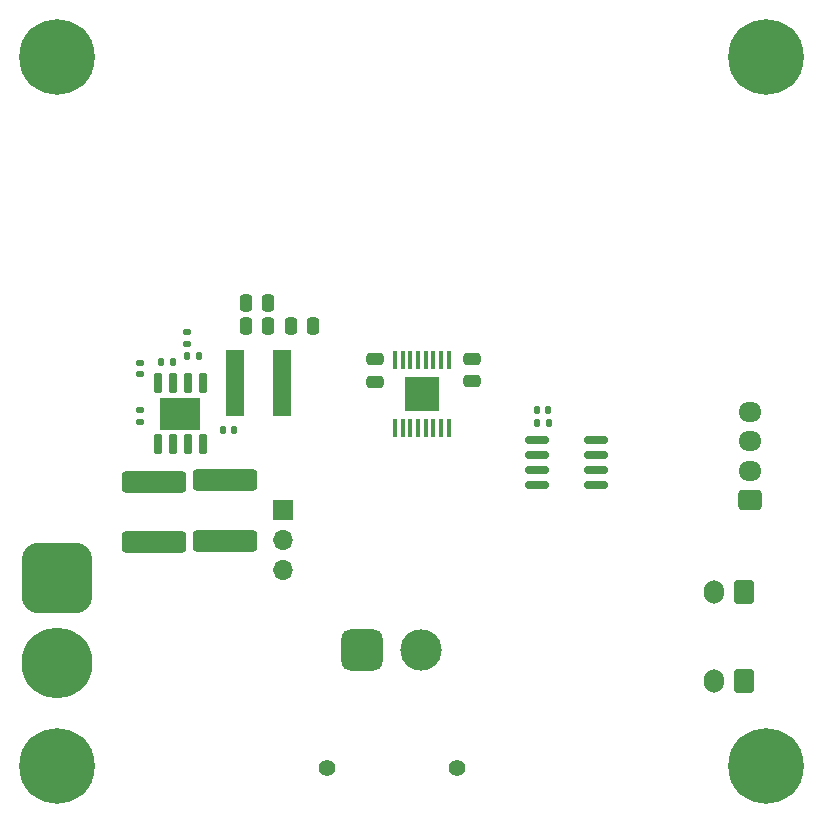
<source format=gbr>
%TF.GenerationSoftware,KiCad,Pcbnew,8.0.7*%
%TF.CreationDate,2025-01-22T21:35:01+01:00*%
%TF.ProjectId,Inverter_KiCAD,496e7665-7274-4657-925f-4b694341442e,rev?*%
%TF.SameCoordinates,Original*%
%TF.FileFunction,Soldermask,Bot*%
%TF.FilePolarity,Negative*%
%FSLAX46Y46*%
G04 Gerber Fmt 4.6, Leading zero omitted, Abs format (unit mm)*
G04 Created by KiCad (PCBNEW 8.0.7) date 2025-01-22 21:35:01*
%MOMM*%
%LPD*%
G01*
G04 APERTURE LIST*
G04 Aperture macros list*
%AMRoundRect*
0 Rectangle with rounded corners*
0 $1 Rounding radius*
0 $2 $3 $4 $5 $6 $7 $8 $9 X,Y pos of 4 corners*
0 Add a 4 corners polygon primitive as box body*
4,1,4,$2,$3,$4,$5,$6,$7,$8,$9,$2,$3,0*
0 Add four circle primitives for the rounded corners*
1,1,$1+$1,$2,$3*
1,1,$1+$1,$4,$5*
1,1,$1+$1,$6,$7*
1,1,$1+$1,$8,$9*
0 Add four rect primitives between the rounded corners*
20,1,$1+$1,$2,$3,$4,$5,0*
20,1,$1+$1,$4,$5,$6,$7,0*
20,1,$1+$1,$6,$7,$8,$9,0*
20,1,$1+$1,$8,$9,$2,$3,0*%
G04 Aperture macros list end*
%ADD10C,1.400000*%
%ADD11RoundRect,0.770000X0.980000X0.980000X-0.980000X0.980000X-0.980000X-0.980000X0.980000X-0.980000X0*%
%ADD12C,3.500000*%
%ADD13R,1.505000X5.600000*%
%ADD14RoundRect,0.250000X-2.450000X0.650000X-2.450000X-0.650000X2.450000X-0.650000X2.450000X0.650000X0*%
%ADD15R,1.700000X1.700000*%
%ADD16O,1.700000X1.700000*%
%ADD17C,0.800000*%
%ADD18C,6.400000*%
%ADD19RoundRect,0.135000X0.135000X0.185000X-0.135000X0.185000X-0.135000X-0.185000X0.135000X-0.185000X0*%
%ADD20RoundRect,0.250000X0.600000X0.750000X-0.600000X0.750000X-0.600000X-0.750000X0.600000X-0.750000X0*%
%ADD21O,1.700000X2.000000*%
%ADD22RoundRect,0.135000X0.185000X-0.135000X0.185000X0.135000X-0.185000X0.135000X-0.185000X-0.135000X0*%
%ADD23R,3.400000X2.710000*%
%ADD24RoundRect,0.150000X0.150000X-0.737500X0.150000X0.737500X-0.150000X0.737500X-0.150000X-0.737500X0*%
%ADD25RoundRect,0.250000X0.725000X-0.600000X0.725000X0.600000X-0.725000X0.600000X-0.725000X-0.600000X0*%
%ADD26O,1.950000X1.700000*%
%ADD27RoundRect,1.500000X-1.500000X1.500000X-1.500000X-1.500000X1.500000X-1.500000X1.500000X1.500000X0*%
%ADD28C,6.000000*%
%ADD29RoundRect,0.140000X-0.140000X-0.170000X0.140000X-0.170000X0.140000X0.170000X-0.140000X0.170000X0*%
%ADD30RoundRect,0.250000X-0.250000X-0.475000X0.250000X-0.475000X0.250000X0.475000X-0.250000X0.475000X0*%
%ADD31RoundRect,0.140000X-0.170000X0.140000X-0.170000X-0.140000X0.170000X-0.140000X0.170000X0.140000X0*%
%ADD32RoundRect,0.250000X0.250000X0.475000X-0.250000X0.475000X-0.250000X-0.475000X0.250000X-0.475000X0*%
%ADD33RoundRect,0.250000X2.450000X-0.650000X2.450000X0.650000X-2.450000X0.650000X-2.450000X-0.650000X0*%
%ADD34RoundRect,0.135000X-0.135000X-0.185000X0.135000X-0.185000X0.135000X0.185000X-0.135000X0.185000X0*%
%ADD35RoundRect,0.150000X0.825000X0.150000X-0.825000X0.150000X-0.825000X-0.150000X0.825000X-0.150000X0*%
%ADD36RoundRect,0.140000X0.140000X0.170000X-0.140000X0.170000X-0.140000X-0.170000X0.140000X-0.170000X0*%
%ADD37RoundRect,0.250000X0.475000X-0.250000X0.475000X0.250000X-0.475000X0.250000X-0.475000X-0.250000X0*%
%ADD38RoundRect,0.100000X-0.100000X0.675000X-0.100000X-0.675000X0.100000X-0.675000X0.100000X0.675000X0*%
%ADD39R,3.000000X3.000000*%
%ADD40RoundRect,0.250000X-0.475000X0.250000X-0.475000X-0.250000X0.475000X-0.250000X0.475000X0.250000X0*%
G04 APERTURE END LIST*
D10*
%TO.C,J1*%
X178800000Y-145200000D03*
X167800000Y-145200000D03*
D11*
X170800000Y-135200000D03*
D12*
X175800000Y-135200000D03*
%TD*%
D13*
%TO.C,L2*%
X160000000Y-112600000D03*
X164005000Y-112600000D03*
%TD*%
D14*
%TO.C,C12*%
X153200000Y-120950000D03*
X153200000Y-126050000D03*
%TD*%
D15*
%TO.C,J2*%
X164100000Y-123400000D03*
D16*
X164100000Y-125940000D03*
X164100000Y-128480000D03*
%TD*%
D17*
%TO.C,H113*%
X142600000Y-85000000D03*
X143302944Y-83302944D03*
X143302944Y-86697056D03*
X145000000Y-82600000D03*
D18*
X145000000Y-85000000D03*
D17*
X145000000Y-87400000D03*
X146697056Y-83302944D03*
X146697056Y-86697056D03*
X147400000Y-85000000D03*
%TD*%
D19*
%TO.C,R29*%
X154810000Y-110800000D03*
X153790000Y-110800000D03*
%TD*%
D20*
%TO.C,J4*%
X203097056Y-130322056D03*
D21*
X200597056Y-130322056D03*
%TD*%
D22*
%TO.C,R2*%
X152000000Y-115910000D03*
X152000000Y-114890000D03*
%TD*%
D23*
%TO.C,U9*%
X155400000Y-115200000D03*
D24*
X157305000Y-117762500D03*
X156035000Y-117762500D03*
X154765000Y-117762500D03*
X153495000Y-117762500D03*
X153495000Y-112637500D03*
X154765000Y-112637500D03*
X156035000Y-112637500D03*
X157305000Y-112637500D03*
%TD*%
D17*
%TO.C,H109*%
X202600000Y-85000000D03*
X203302944Y-83302944D03*
X203302944Y-86697056D03*
X205000000Y-82600000D03*
D18*
X205000000Y-85000000D03*
D17*
X205000000Y-87400000D03*
X206697056Y-83302944D03*
X206697056Y-86697056D03*
X207400000Y-85000000D03*
%TD*%
D25*
%TO.C,J7*%
X203672056Y-122547056D03*
D26*
X203672056Y-120047056D03*
X203672056Y-117547056D03*
X203672056Y-115047056D03*
%TD*%
D17*
%TO.C,H111*%
X202600000Y-145000000D03*
X203302944Y-143302944D03*
X203302944Y-146697056D03*
X205000000Y-142600000D03*
D18*
X205000000Y-145000000D03*
D17*
X205000000Y-147400000D03*
X206697056Y-143302944D03*
X206697056Y-146697056D03*
X207400000Y-145000000D03*
%TD*%
D19*
%TO.C,R30*%
X157020000Y-110300000D03*
X156000000Y-110300000D03*
%TD*%
D27*
%TO.C,BT1*%
X145000000Y-129150000D03*
D28*
X145000000Y-136350000D03*
%TD*%
D29*
%TO.C,C40*%
X159020000Y-116600000D03*
X159980000Y-116600000D03*
%TD*%
D20*
%TO.C,J5*%
X203097056Y-137822056D03*
D21*
X200597056Y-137822056D03*
%TD*%
D30*
%TO.C,C43*%
X164750000Y-107800000D03*
X166650000Y-107800000D03*
%TD*%
D17*
%TO.C,H114*%
X142600000Y-145000000D03*
X143302944Y-143302944D03*
X143302944Y-146697056D03*
X145000000Y-142600000D03*
D18*
X145000000Y-145000000D03*
D17*
X145000000Y-147400000D03*
X146697056Y-143302944D03*
X146697056Y-146697056D03*
X147400000Y-145000000D03*
%TD*%
D22*
%TO.C,R31*%
X156000000Y-109310000D03*
X156000000Y-108290000D03*
%TD*%
D31*
%TO.C,C37*%
X152000000Y-110920000D03*
X152000000Y-111880000D03*
%TD*%
D32*
%TO.C,C42*%
X162850000Y-105800000D03*
X160950000Y-105800000D03*
%TD*%
%TO.C,C41*%
X162850000Y-107800000D03*
X160950000Y-107800000D03*
%TD*%
D33*
%TO.C,C11*%
X159200000Y-125950000D03*
X159200000Y-120850000D03*
%TD*%
D34*
%TO.C,R1201*%
X185587056Y-115997056D03*
X186607056Y-115997056D03*
%TD*%
D35*
%TO.C,U1201*%
X190572056Y-117392056D03*
X190572056Y-118662056D03*
X190572056Y-119932056D03*
X190572056Y-121202056D03*
X185622056Y-121202056D03*
X185622056Y-119932056D03*
X185622056Y-118662056D03*
X185622056Y-117392056D03*
%TD*%
D36*
%TO.C,C1201*%
X186577056Y-114897056D03*
X185617056Y-114897056D03*
%TD*%
D37*
%TO.C,C3*%
X180097056Y-112447056D03*
X180097056Y-110547056D03*
%TD*%
D38*
%TO.C,U1*%
X173572056Y-110672056D03*
X174222056Y-110672056D03*
X174872056Y-110672056D03*
X175522056Y-110672056D03*
X176172056Y-110672056D03*
X176822056Y-110672056D03*
X177472056Y-110672056D03*
X178122056Y-110672056D03*
X178122056Y-116422056D03*
X177472056Y-116422056D03*
X176822056Y-116422056D03*
X176172056Y-116422056D03*
X175522056Y-116422056D03*
X174872056Y-116422056D03*
X174222056Y-116422056D03*
X173572056Y-116422056D03*
D39*
X175847056Y-113547056D03*
%TD*%
D40*
%TO.C,C2*%
X171897056Y-110609556D03*
X171897056Y-112509556D03*
%TD*%
M02*

</source>
